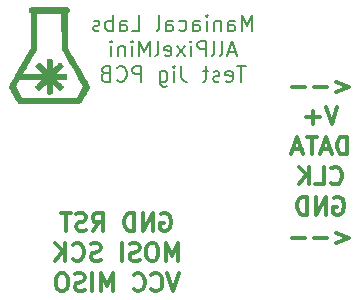
<source format=gbr>
G04 #@! TF.FileFunction,Legend,Bot*
%FSLAX46Y46*%
G04 Gerber Fmt 4.6, Leading zero omitted, Abs format (unit mm)*
G04 Created by KiCad (PCBNEW 4.0.4-stable) date 02/21/17 16:43:53*
%MOMM*%
%LPD*%
G01*
G04 APERTURE LIST*
%ADD10C,0.100000*%
%ADD11C,0.300000*%
%ADD12C,0.200000*%
%ADD13C,0.010000*%
G04 APERTURE END LIST*
D10*
D11*
X54785714Y-27803571D02*
X55928571Y-28232143D01*
X54785714Y-28660714D01*
X54071428Y-28232143D02*
X52928571Y-28232143D01*
X52214285Y-28232143D02*
X51071428Y-28232143D01*
X54928571Y-29853571D02*
X54428571Y-31353571D01*
X53928571Y-29853571D01*
X53428571Y-30782143D02*
X52285714Y-30782143D01*
X52857143Y-31353571D02*
X52857143Y-30210714D01*
X55749999Y-33903571D02*
X55749999Y-32403571D01*
X55392856Y-32403571D01*
X55178571Y-32475000D01*
X55035713Y-32617857D01*
X54964285Y-32760714D01*
X54892856Y-33046429D01*
X54892856Y-33260714D01*
X54964285Y-33546429D01*
X55035713Y-33689286D01*
X55178571Y-33832143D01*
X55392856Y-33903571D01*
X55749999Y-33903571D01*
X54321428Y-33475000D02*
X53607142Y-33475000D01*
X54464285Y-33903571D02*
X53964285Y-32403571D01*
X53464285Y-33903571D01*
X53178571Y-32403571D02*
X52321428Y-32403571D01*
X52749999Y-33903571D02*
X52749999Y-32403571D01*
X51892857Y-33475000D02*
X51178571Y-33475000D01*
X52035714Y-33903571D02*
X51535714Y-32403571D01*
X51035714Y-33903571D01*
X54392857Y-36310714D02*
X54464286Y-36382143D01*
X54678572Y-36453571D01*
X54821429Y-36453571D01*
X55035714Y-36382143D01*
X55178572Y-36239286D01*
X55250000Y-36096429D01*
X55321429Y-35810714D01*
X55321429Y-35596429D01*
X55250000Y-35310714D01*
X55178572Y-35167857D01*
X55035714Y-35025000D01*
X54821429Y-34953571D01*
X54678572Y-34953571D01*
X54464286Y-35025000D01*
X54392857Y-35096429D01*
X53035714Y-36453571D02*
X53750000Y-36453571D01*
X53750000Y-34953571D01*
X52535714Y-36453571D02*
X52535714Y-34953571D01*
X51678571Y-36453571D02*
X52321428Y-35596429D01*
X51678571Y-34953571D02*
X52535714Y-35810714D01*
X54642857Y-37575000D02*
X54785714Y-37503571D01*
X55000000Y-37503571D01*
X55214285Y-37575000D01*
X55357143Y-37717857D01*
X55428571Y-37860714D01*
X55500000Y-38146429D01*
X55500000Y-38360714D01*
X55428571Y-38646429D01*
X55357143Y-38789286D01*
X55214285Y-38932143D01*
X55000000Y-39003571D01*
X54857143Y-39003571D01*
X54642857Y-38932143D01*
X54571428Y-38860714D01*
X54571428Y-38360714D01*
X54857143Y-38360714D01*
X53928571Y-39003571D02*
X53928571Y-37503571D01*
X53071428Y-39003571D01*
X53071428Y-37503571D01*
X52357142Y-39003571D02*
X52357142Y-37503571D01*
X51999999Y-37503571D01*
X51785714Y-37575000D01*
X51642856Y-37717857D01*
X51571428Y-37860714D01*
X51499999Y-38146429D01*
X51499999Y-38360714D01*
X51571428Y-38646429D01*
X51642856Y-38789286D01*
X51785714Y-38932143D01*
X51999999Y-39003571D01*
X52357142Y-39003571D01*
X54785714Y-40553571D02*
X55928571Y-40982143D01*
X54785714Y-41410714D01*
X54071428Y-40982143D02*
X52928571Y-40982143D01*
X52214285Y-40982143D02*
X51071428Y-40982143D01*
X40000000Y-38950000D02*
X40142857Y-38878571D01*
X40357143Y-38878571D01*
X40571428Y-38950000D01*
X40714286Y-39092857D01*
X40785714Y-39235714D01*
X40857143Y-39521429D01*
X40857143Y-39735714D01*
X40785714Y-40021429D01*
X40714286Y-40164286D01*
X40571428Y-40307143D01*
X40357143Y-40378571D01*
X40214286Y-40378571D01*
X40000000Y-40307143D01*
X39928571Y-40235714D01*
X39928571Y-39735714D01*
X40214286Y-39735714D01*
X39285714Y-40378571D02*
X39285714Y-38878571D01*
X38428571Y-40378571D01*
X38428571Y-38878571D01*
X37714285Y-40378571D02*
X37714285Y-38878571D01*
X37357142Y-38878571D01*
X37142857Y-38950000D01*
X36999999Y-39092857D01*
X36928571Y-39235714D01*
X36857142Y-39521429D01*
X36857142Y-39735714D01*
X36928571Y-40021429D01*
X36999999Y-40164286D01*
X37142857Y-40307143D01*
X37357142Y-40378571D01*
X37714285Y-40378571D01*
X34214285Y-40378571D02*
X34714285Y-39664286D01*
X35071428Y-40378571D02*
X35071428Y-38878571D01*
X34500000Y-38878571D01*
X34357142Y-38950000D01*
X34285714Y-39021429D01*
X34214285Y-39164286D01*
X34214285Y-39378571D01*
X34285714Y-39521429D01*
X34357142Y-39592857D01*
X34500000Y-39664286D01*
X35071428Y-39664286D01*
X33642857Y-40307143D02*
X33428571Y-40378571D01*
X33071428Y-40378571D01*
X32928571Y-40307143D01*
X32857142Y-40235714D01*
X32785714Y-40092857D01*
X32785714Y-39950000D01*
X32857142Y-39807143D01*
X32928571Y-39735714D01*
X33071428Y-39664286D01*
X33357142Y-39592857D01*
X33500000Y-39521429D01*
X33571428Y-39450000D01*
X33642857Y-39307143D01*
X33642857Y-39164286D01*
X33571428Y-39021429D01*
X33500000Y-38950000D01*
X33357142Y-38878571D01*
X33000000Y-38878571D01*
X32785714Y-38950000D01*
X32357143Y-38878571D02*
X31500000Y-38878571D01*
X31928571Y-40378571D02*
X31928571Y-38878571D01*
X41392857Y-42928571D02*
X41392857Y-41428571D01*
X40892857Y-42500000D01*
X40392857Y-41428571D01*
X40392857Y-42928571D01*
X39392857Y-41428571D02*
X39107143Y-41428571D01*
X38964285Y-41500000D01*
X38821428Y-41642857D01*
X38750000Y-41928571D01*
X38750000Y-42428571D01*
X38821428Y-42714286D01*
X38964285Y-42857143D01*
X39107143Y-42928571D01*
X39392857Y-42928571D01*
X39535714Y-42857143D01*
X39678571Y-42714286D01*
X39750000Y-42428571D01*
X39750000Y-41928571D01*
X39678571Y-41642857D01*
X39535714Y-41500000D01*
X39392857Y-41428571D01*
X38178571Y-42857143D02*
X37964285Y-42928571D01*
X37607142Y-42928571D01*
X37464285Y-42857143D01*
X37392856Y-42785714D01*
X37321428Y-42642857D01*
X37321428Y-42500000D01*
X37392856Y-42357143D01*
X37464285Y-42285714D01*
X37607142Y-42214286D01*
X37892856Y-42142857D01*
X38035714Y-42071429D01*
X38107142Y-42000000D01*
X38178571Y-41857143D01*
X38178571Y-41714286D01*
X38107142Y-41571429D01*
X38035714Y-41500000D01*
X37892856Y-41428571D01*
X37535714Y-41428571D01*
X37321428Y-41500000D01*
X36678571Y-42928571D02*
X36678571Y-41428571D01*
X34892857Y-42857143D02*
X34678571Y-42928571D01*
X34321428Y-42928571D01*
X34178571Y-42857143D01*
X34107142Y-42785714D01*
X34035714Y-42642857D01*
X34035714Y-42500000D01*
X34107142Y-42357143D01*
X34178571Y-42285714D01*
X34321428Y-42214286D01*
X34607142Y-42142857D01*
X34750000Y-42071429D01*
X34821428Y-42000000D01*
X34892857Y-41857143D01*
X34892857Y-41714286D01*
X34821428Y-41571429D01*
X34750000Y-41500000D01*
X34607142Y-41428571D01*
X34250000Y-41428571D01*
X34035714Y-41500000D01*
X32535714Y-42785714D02*
X32607143Y-42857143D01*
X32821429Y-42928571D01*
X32964286Y-42928571D01*
X33178571Y-42857143D01*
X33321429Y-42714286D01*
X33392857Y-42571429D01*
X33464286Y-42285714D01*
X33464286Y-42071429D01*
X33392857Y-41785714D01*
X33321429Y-41642857D01*
X33178571Y-41500000D01*
X32964286Y-41428571D01*
X32821429Y-41428571D01*
X32607143Y-41500000D01*
X32535714Y-41571429D01*
X31892857Y-42928571D02*
X31892857Y-41428571D01*
X31035714Y-42928571D02*
X31678571Y-42071429D01*
X31035714Y-41428571D02*
X31892857Y-42285714D01*
X41535714Y-43978571D02*
X41035714Y-45478571D01*
X40535714Y-43978571D01*
X39178571Y-45335714D02*
X39250000Y-45407143D01*
X39464286Y-45478571D01*
X39607143Y-45478571D01*
X39821428Y-45407143D01*
X39964286Y-45264286D01*
X40035714Y-45121429D01*
X40107143Y-44835714D01*
X40107143Y-44621429D01*
X40035714Y-44335714D01*
X39964286Y-44192857D01*
X39821428Y-44050000D01*
X39607143Y-43978571D01*
X39464286Y-43978571D01*
X39250000Y-44050000D01*
X39178571Y-44121429D01*
X37678571Y-45335714D02*
X37750000Y-45407143D01*
X37964286Y-45478571D01*
X38107143Y-45478571D01*
X38321428Y-45407143D01*
X38464286Y-45264286D01*
X38535714Y-45121429D01*
X38607143Y-44835714D01*
X38607143Y-44621429D01*
X38535714Y-44335714D01*
X38464286Y-44192857D01*
X38321428Y-44050000D01*
X38107143Y-43978571D01*
X37964286Y-43978571D01*
X37750000Y-44050000D01*
X37678571Y-44121429D01*
X35892857Y-45478571D02*
X35892857Y-43978571D01*
X35392857Y-45050000D01*
X34892857Y-43978571D01*
X34892857Y-45478571D01*
X34178571Y-45478571D02*
X34178571Y-43978571D01*
X33535714Y-45407143D02*
X33321428Y-45478571D01*
X32964285Y-45478571D01*
X32821428Y-45407143D01*
X32749999Y-45335714D01*
X32678571Y-45192857D01*
X32678571Y-45050000D01*
X32749999Y-44907143D01*
X32821428Y-44835714D01*
X32964285Y-44764286D01*
X33249999Y-44692857D01*
X33392857Y-44621429D01*
X33464285Y-44550000D01*
X33535714Y-44407143D01*
X33535714Y-44264286D01*
X33464285Y-44121429D01*
X33392857Y-44050000D01*
X33249999Y-43978571D01*
X32892857Y-43978571D01*
X32678571Y-44050000D01*
X31750000Y-43978571D02*
X31464286Y-43978571D01*
X31321428Y-44050000D01*
X31178571Y-44192857D01*
X31107143Y-44478571D01*
X31107143Y-44978571D01*
X31178571Y-45264286D01*
X31321428Y-45407143D01*
X31464286Y-45478571D01*
X31750000Y-45478571D01*
X31892857Y-45407143D01*
X32035714Y-45264286D01*
X32107143Y-44978571D01*
X32107143Y-44478571D01*
X32035714Y-44192857D01*
X31892857Y-44050000D01*
X31750000Y-43978571D01*
D12*
X47716665Y-23438095D02*
X47716665Y-22138095D01*
X47283332Y-23066667D01*
X46849999Y-22138095D01*
X46849999Y-23438095D01*
X45673808Y-23438095D02*
X45673808Y-22757143D01*
X45735713Y-22633333D01*
X45859523Y-22571429D01*
X46107142Y-22571429D01*
X46230951Y-22633333D01*
X45673808Y-23376190D02*
X45797618Y-23438095D01*
X46107142Y-23438095D01*
X46230951Y-23376190D01*
X46292856Y-23252381D01*
X46292856Y-23128571D01*
X46230951Y-23004762D01*
X46107142Y-22942857D01*
X45797618Y-22942857D01*
X45673808Y-22880952D01*
X45054761Y-22571429D02*
X45054761Y-23438095D01*
X45054761Y-22695238D02*
X44992856Y-22633333D01*
X44869047Y-22571429D01*
X44683333Y-22571429D01*
X44559523Y-22633333D01*
X44497618Y-22757143D01*
X44497618Y-23438095D01*
X43878571Y-23438095D02*
X43878571Y-22571429D01*
X43878571Y-22138095D02*
X43940476Y-22200000D01*
X43878571Y-22261905D01*
X43816666Y-22200000D01*
X43878571Y-22138095D01*
X43878571Y-22261905D01*
X42702380Y-23438095D02*
X42702380Y-22757143D01*
X42764285Y-22633333D01*
X42888095Y-22571429D01*
X43135714Y-22571429D01*
X43259523Y-22633333D01*
X42702380Y-23376190D02*
X42826190Y-23438095D01*
X43135714Y-23438095D01*
X43259523Y-23376190D01*
X43321428Y-23252381D01*
X43321428Y-23128571D01*
X43259523Y-23004762D01*
X43135714Y-22942857D01*
X42826190Y-22942857D01*
X42702380Y-22880952D01*
X41526190Y-23376190D02*
X41650000Y-23438095D01*
X41897619Y-23438095D01*
X42021428Y-23376190D01*
X42083333Y-23314286D01*
X42145238Y-23190476D01*
X42145238Y-22819048D01*
X42083333Y-22695238D01*
X42021428Y-22633333D01*
X41897619Y-22571429D01*
X41650000Y-22571429D01*
X41526190Y-22633333D01*
X40411904Y-23438095D02*
X40411904Y-22757143D01*
X40473809Y-22633333D01*
X40597619Y-22571429D01*
X40845238Y-22571429D01*
X40969047Y-22633333D01*
X40411904Y-23376190D02*
X40535714Y-23438095D01*
X40845238Y-23438095D01*
X40969047Y-23376190D01*
X41030952Y-23252381D01*
X41030952Y-23128571D01*
X40969047Y-23004762D01*
X40845238Y-22942857D01*
X40535714Y-22942857D01*
X40411904Y-22880952D01*
X39607143Y-23438095D02*
X39730952Y-23376190D01*
X39792857Y-23252381D01*
X39792857Y-22138095D01*
X37502382Y-23438095D02*
X38121429Y-23438095D01*
X38121429Y-22138095D01*
X36511905Y-23438095D02*
X36511905Y-22757143D01*
X36573810Y-22633333D01*
X36697620Y-22571429D01*
X36945239Y-22571429D01*
X37069048Y-22633333D01*
X36511905Y-23376190D02*
X36635715Y-23438095D01*
X36945239Y-23438095D01*
X37069048Y-23376190D01*
X37130953Y-23252381D01*
X37130953Y-23128571D01*
X37069048Y-23004762D01*
X36945239Y-22942857D01*
X36635715Y-22942857D01*
X36511905Y-22880952D01*
X35892858Y-23438095D02*
X35892858Y-22138095D01*
X35892858Y-22633333D02*
X35769049Y-22571429D01*
X35521430Y-22571429D01*
X35397620Y-22633333D01*
X35335715Y-22695238D01*
X35273811Y-22819048D01*
X35273811Y-23190476D01*
X35335715Y-23314286D01*
X35397620Y-23376190D01*
X35521430Y-23438095D01*
X35769049Y-23438095D01*
X35892858Y-23376190D01*
X34778573Y-23376190D02*
X34654763Y-23438095D01*
X34407144Y-23438095D01*
X34283335Y-23376190D01*
X34221430Y-23252381D01*
X34221430Y-23190476D01*
X34283335Y-23066667D01*
X34407144Y-23004762D01*
X34592859Y-23004762D01*
X34716668Y-22942857D01*
X34778573Y-22819048D01*
X34778573Y-22757143D01*
X34716668Y-22633333D01*
X34592859Y-22571429D01*
X34407144Y-22571429D01*
X34283335Y-22633333D01*
X46323809Y-25216667D02*
X45704761Y-25216667D01*
X46447618Y-25588095D02*
X46014285Y-24288095D01*
X45580952Y-25588095D01*
X44961904Y-25588095D02*
X45085713Y-25526190D01*
X45147618Y-25402381D01*
X45147618Y-24288095D01*
X44280952Y-25588095D02*
X44404761Y-25526190D01*
X44466666Y-25402381D01*
X44466666Y-24288095D01*
X43785714Y-25588095D02*
X43785714Y-24288095D01*
X43290476Y-24288095D01*
X43166667Y-24350000D01*
X43104762Y-24411905D01*
X43042857Y-24535714D01*
X43042857Y-24721429D01*
X43104762Y-24845238D01*
X43166667Y-24907143D01*
X43290476Y-24969048D01*
X43785714Y-24969048D01*
X42485714Y-25588095D02*
X42485714Y-24721429D01*
X42485714Y-24288095D02*
X42547619Y-24350000D01*
X42485714Y-24411905D01*
X42423809Y-24350000D01*
X42485714Y-24288095D01*
X42485714Y-24411905D01*
X41990476Y-25588095D02*
X41309523Y-24721429D01*
X41990476Y-24721429D02*
X41309523Y-25588095D01*
X40319047Y-25526190D02*
X40442857Y-25588095D01*
X40690476Y-25588095D01*
X40814285Y-25526190D01*
X40876190Y-25402381D01*
X40876190Y-24907143D01*
X40814285Y-24783333D01*
X40690476Y-24721429D01*
X40442857Y-24721429D01*
X40319047Y-24783333D01*
X40257142Y-24907143D01*
X40257142Y-25030952D01*
X40876190Y-25154762D01*
X39514285Y-25588095D02*
X39638094Y-25526190D01*
X39699999Y-25402381D01*
X39699999Y-24288095D01*
X39019047Y-25588095D02*
X39019047Y-24288095D01*
X38585714Y-25216667D01*
X38152381Y-24288095D01*
X38152381Y-25588095D01*
X37533333Y-25588095D02*
X37533333Y-24721429D01*
X37533333Y-24288095D02*
X37595238Y-24350000D01*
X37533333Y-24411905D01*
X37471428Y-24350000D01*
X37533333Y-24288095D01*
X37533333Y-24411905D01*
X36914285Y-24721429D02*
X36914285Y-25588095D01*
X36914285Y-24845238D02*
X36852380Y-24783333D01*
X36728571Y-24721429D01*
X36542857Y-24721429D01*
X36419047Y-24783333D01*
X36357142Y-24907143D01*
X36357142Y-25588095D01*
X35738095Y-25588095D02*
X35738095Y-24721429D01*
X35738095Y-24288095D02*
X35800000Y-24350000D01*
X35738095Y-24411905D01*
X35676190Y-24350000D01*
X35738095Y-24288095D01*
X35738095Y-24411905D01*
X47159523Y-26438095D02*
X46416666Y-26438095D01*
X46788095Y-27738095D02*
X46788095Y-26438095D01*
X45488095Y-27676190D02*
X45611905Y-27738095D01*
X45859524Y-27738095D01*
X45983333Y-27676190D01*
X46045238Y-27552381D01*
X46045238Y-27057143D01*
X45983333Y-26933333D01*
X45859524Y-26871429D01*
X45611905Y-26871429D01*
X45488095Y-26933333D01*
X45426190Y-27057143D01*
X45426190Y-27180952D01*
X46045238Y-27304762D01*
X44930952Y-27676190D02*
X44807142Y-27738095D01*
X44559523Y-27738095D01*
X44435714Y-27676190D01*
X44373809Y-27552381D01*
X44373809Y-27490476D01*
X44435714Y-27366667D01*
X44559523Y-27304762D01*
X44745238Y-27304762D01*
X44869047Y-27242857D01*
X44930952Y-27119048D01*
X44930952Y-27057143D01*
X44869047Y-26933333D01*
X44745238Y-26871429D01*
X44559523Y-26871429D01*
X44435714Y-26933333D01*
X44002380Y-26871429D02*
X43507142Y-26871429D01*
X43816666Y-26438095D02*
X43816666Y-27552381D01*
X43754761Y-27676190D01*
X43630952Y-27738095D01*
X43507142Y-27738095D01*
X41711905Y-26438095D02*
X41711905Y-27366667D01*
X41773809Y-27552381D01*
X41897619Y-27676190D01*
X42083333Y-27738095D01*
X42207143Y-27738095D01*
X41092857Y-27738095D02*
X41092857Y-26871429D01*
X41092857Y-26438095D02*
X41154762Y-26500000D01*
X41092857Y-26561905D01*
X41030952Y-26500000D01*
X41092857Y-26438095D01*
X41092857Y-26561905D01*
X39916666Y-26871429D02*
X39916666Y-27923810D01*
X39978571Y-28047619D01*
X40040476Y-28109524D01*
X40164285Y-28171429D01*
X40350000Y-28171429D01*
X40473809Y-28109524D01*
X39916666Y-27676190D02*
X40040476Y-27738095D01*
X40288095Y-27738095D01*
X40411904Y-27676190D01*
X40473809Y-27614286D01*
X40535714Y-27490476D01*
X40535714Y-27119048D01*
X40473809Y-26995238D01*
X40411904Y-26933333D01*
X40288095Y-26871429D01*
X40040476Y-26871429D01*
X39916666Y-26933333D01*
X38307143Y-27738095D02*
X38307143Y-26438095D01*
X37811905Y-26438095D01*
X37688096Y-26500000D01*
X37626191Y-26561905D01*
X37564286Y-26685714D01*
X37564286Y-26871429D01*
X37626191Y-26995238D01*
X37688096Y-27057143D01*
X37811905Y-27119048D01*
X38307143Y-27119048D01*
X36264286Y-27614286D02*
X36326191Y-27676190D01*
X36511905Y-27738095D01*
X36635715Y-27738095D01*
X36821429Y-27676190D01*
X36945238Y-27552381D01*
X37007143Y-27428571D01*
X37069048Y-27180952D01*
X37069048Y-26995238D01*
X37007143Y-26747619D01*
X36945238Y-26623810D01*
X36821429Y-26500000D01*
X36635715Y-26438095D01*
X36511905Y-26438095D01*
X36326191Y-26500000D01*
X36264286Y-26561905D01*
X35273810Y-27057143D02*
X35088096Y-27119048D01*
X35026191Y-27180952D01*
X34964286Y-27304762D01*
X34964286Y-27490476D01*
X35026191Y-27614286D01*
X35088096Y-27676190D01*
X35211905Y-27738095D01*
X35707143Y-27738095D01*
X35707143Y-26438095D01*
X35273810Y-26438095D01*
X35150000Y-26500000D01*
X35088096Y-26561905D01*
X35026191Y-26685714D01*
X35026191Y-26809524D01*
X35088096Y-26933333D01*
X35150000Y-26995238D01*
X35273810Y-27057143D01*
X35707143Y-27057143D01*
D13*
G36*
X30219868Y-21435141D02*
X30030670Y-21435704D01*
X29848197Y-21436553D01*
X29675198Y-21437693D01*
X29514420Y-21439121D01*
X29368612Y-21440837D01*
X29240522Y-21442843D01*
X29132899Y-21445137D01*
X29048489Y-21447719D01*
X28990042Y-21450591D01*
X28960306Y-21453751D01*
X28958955Y-21454101D01*
X28885350Y-21489801D01*
X28831728Y-21542954D01*
X28798744Y-21607582D01*
X28787052Y-21677706D01*
X28797308Y-21747346D01*
X28830167Y-21810525D01*
X28886283Y-21861264D01*
X28912782Y-21875553D01*
X28975181Y-21904312D01*
X28975591Y-23386141D01*
X28976000Y-24867969D01*
X28548806Y-25608641D01*
X28458263Y-25765615D01*
X28355103Y-25944444D01*
X28242584Y-26139483D01*
X28123962Y-26345090D01*
X28002493Y-26555620D01*
X27881432Y-26765429D01*
X27764037Y-26968874D01*
X27653563Y-27160312D01*
X27604244Y-27245770D01*
X27515033Y-27400722D01*
X27430691Y-27547946D01*
X27352542Y-27685082D01*
X27281911Y-27809771D01*
X27220123Y-27919652D01*
X27168503Y-28012365D01*
X27128376Y-28085552D01*
X27101066Y-28136852D01*
X27087898Y-28163905D01*
X27086875Y-28167254D01*
X27094741Y-28187854D01*
X27117046Y-28232330D01*
X27151855Y-28297359D01*
X27197233Y-28379615D01*
X27251244Y-28475774D01*
X27311953Y-28582511D01*
X27377423Y-28696503D01*
X27445721Y-28814423D01*
X27514909Y-28932948D01*
X27583052Y-29048754D01*
X27648216Y-29158515D01*
X27708463Y-29258906D01*
X27761859Y-29346605D01*
X27806468Y-29418285D01*
X27840355Y-29470622D01*
X27861584Y-29500292D01*
X27865401Y-29504468D01*
X27912876Y-29548125D01*
X33087125Y-29548125D01*
X33134600Y-29504468D01*
X33151394Y-29482746D01*
X33181461Y-29437288D01*
X33222866Y-29371420D01*
X33273675Y-29288466D01*
X33331950Y-29191753D01*
X33395758Y-29084605D01*
X33463162Y-28970346D01*
X33532228Y-28852303D01*
X33601019Y-28733800D01*
X33667600Y-28618163D01*
X33730037Y-28508717D01*
X33786392Y-28408786D01*
X33834733Y-28321695D01*
X33873121Y-28250771D01*
X33899623Y-28199338D01*
X33912303Y-28170720D01*
X33913126Y-28166933D01*
X33906861Y-28151738D01*
X33408183Y-28151738D01*
X33133492Y-28627681D01*
X32858802Y-29103625D01*
X28141346Y-29103625D01*
X27866306Y-28626873D01*
X27591265Y-28150121D01*
X27699373Y-27964091D01*
X27747892Y-27880084D01*
X27798609Y-27791405D01*
X27845301Y-27708982D01*
X27879772Y-27647315D01*
X27952063Y-27516567D01*
X29967875Y-27516125D01*
X29672252Y-27813781D01*
X29592275Y-27894852D01*
X29519259Y-27969905D01*
X29456362Y-28035609D01*
X29406743Y-28088634D01*
X29373560Y-28125650D01*
X29360268Y-28142697D01*
X29352957Y-28180230D01*
X29365296Y-28215316D01*
X29390308Y-28251070D01*
X29430694Y-28295828D01*
X29479952Y-28343770D01*
X29531580Y-28389074D01*
X29579074Y-28425919D01*
X29615933Y-28448484D01*
X29630520Y-28452750D01*
X29652868Y-28442200D01*
X29694213Y-28410232D01*
X29755092Y-28356363D01*
X29836040Y-28280114D01*
X29937592Y-28181002D01*
X29979190Y-28139741D01*
X30293625Y-27826732D01*
X30293625Y-28261522D01*
X30293814Y-28392308D01*
X30294520Y-28495011D01*
X30295949Y-28573296D01*
X30298309Y-28630830D01*
X30301809Y-28671276D01*
X30306655Y-28698301D01*
X30313056Y-28715570D01*
X30319898Y-28725343D01*
X30336734Y-28738829D01*
X30362193Y-28747459D01*
X30402819Y-28752237D01*
X30465156Y-28754165D01*
X30509246Y-28754375D01*
X30582993Y-28753988D01*
X30631948Y-28751820D01*
X30663068Y-28746360D01*
X30683310Y-28736094D01*
X30699630Y-28719512D01*
X30705947Y-28711627D01*
X30716079Y-28697620D01*
X30723883Y-28681895D01*
X30729608Y-28660501D01*
X30733503Y-28629484D01*
X30735815Y-28584892D01*
X30736793Y-28522771D01*
X30736686Y-28439170D01*
X30735741Y-28330136D01*
X30734880Y-28251238D01*
X30733664Y-28139830D01*
X30732637Y-28039621D01*
X30731836Y-27954754D01*
X30731300Y-27889372D01*
X30731063Y-27847619D01*
X30731154Y-27833611D01*
X30742126Y-27844389D01*
X30772577Y-27874776D01*
X30819606Y-27921863D01*
X30880307Y-27982739D01*
X30951779Y-28054496D01*
X31031118Y-28134225D01*
X31032779Y-28135894D01*
X31114205Y-28216741D01*
X31190054Y-28290133D01*
X31256990Y-28352994D01*
X31311678Y-28402247D01*
X31350782Y-28434816D01*
X31370663Y-28447556D01*
X31391093Y-28448152D01*
X31415531Y-28437567D01*
X31448775Y-28412398D01*
X31495625Y-28369244D01*
X31533382Y-28332190D01*
X31595633Y-28267657D01*
X31635484Y-28219575D01*
X31655419Y-28184681D01*
X31658875Y-28167521D01*
X31653549Y-28149558D01*
X31636229Y-28122344D01*
X31604910Y-28083608D01*
X31557584Y-28031079D01*
X31492243Y-27962484D01*
X31406880Y-27875551D01*
X31353434Y-27821867D01*
X31047993Y-27516125D01*
X31475443Y-27516125D01*
X31614762Y-27516235D01*
X31725588Y-27515593D01*
X31811172Y-27512739D01*
X31874762Y-27506213D01*
X31919608Y-27494556D01*
X31948960Y-27476308D01*
X31966068Y-27450009D01*
X31974180Y-27414200D01*
X31976546Y-27367420D01*
X31976417Y-27308211D01*
X31976375Y-27291107D01*
X31976751Y-27229737D01*
X31975702Y-27180980D01*
X31969967Y-27143390D01*
X31956283Y-27115522D01*
X31931389Y-27095933D01*
X31892023Y-27083178D01*
X31834922Y-27075811D01*
X31756824Y-27072388D01*
X31654468Y-27071465D01*
X31524591Y-27071596D01*
X31480804Y-27071625D01*
X31048733Y-27071625D01*
X31361742Y-26757189D01*
X31451102Y-26666371D01*
X31528596Y-26585517D01*
X31591949Y-26517128D01*
X31638886Y-26463706D01*
X31667132Y-26427753D01*
X31674750Y-26412990D01*
X31663254Y-26386392D01*
X31632729Y-26345976D01*
X31589124Y-26297523D01*
X31538387Y-26246817D01*
X31486466Y-26199641D01*
X31439310Y-26161778D01*
X31402866Y-26139010D01*
X31388823Y-26135000D01*
X31369893Y-26141738D01*
X31338933Y-26163065D01*
X31294064Y-26200648D01*
X31233410Y-26256153D01*
X31155092Y-26331247D01*
X31057233Y-26427597D01*
X31040655Y-26444083D01*
X30730188Y-26753166D01*
X30734866Y-26328775D01*
X30736547Y-26190249D01*
X30737206Y-26080203D01*
X30735349Y-25995374D01*
X30729485Y-25932496D01*
X30718121Y-25888302D01*
X30699764Y-25859528D01*
X30672922Y-25842909D01*
X30636103Y-25835179D01*
X30587814Y-25833073D01*
X30526564Y-25833325D01*
X30508454Y-25833375D01*
X30428223Y-25834496D01*
X30373863Y-25838371D01*
X30339555Y-25845763D01*
X30319481Y-25857438D01*
X30318572Y-25858321D01*
X30311079Y-25869469D01*
X30305220Y-25888540D01*
X30300802Y-25919092D01*
X30297635Y-25964686D01*
X30295527Y-26028878D01*
X30294286Y-26115230D01*
X30293721Y-26227298D01*
X30293625Y-26322142D01*
X30293625Y-26761017D01*
X29979190Y-26448008D01*
X29875023Y-26345240D01*
X29790982Y-26264457D01*
X29725607Y-26204357D01*
X29677442Y-26163639D01*
X29645027Y-26141001D01*
X29628565Y-26135000D01*
X29596360Y-26147050D01*
X29548071Y-26181515D01*
X29488969Y-26234218D01*
X29422723Y-26300807D01*
X29379631Y-26352289D01*
X29357356Y-26392492D01*
X29353563Y-26425242D01*
X29360268Y-26445052D01*
X29375552Y-26464412D01*
X29410177Y-26502842D01*
X29460984Y-26557013D01*
X29524814Y-26623594D01*
X29598509Y-26699256D01*
X29672252Y-26773968D01*
X29967875Y-27071625D01*
X28211411Y-27071625D01*
X28242706Y-27020031D01*
X28277529Y-26961823D01*
X28323922Y-26883049D01*
X28380377Y-26786349D01*
X28445386Y-26674365D01*
X28517441Y-26549736D01*
X28595034Y-26415105D01*
X28676656Y-26273113D01*
X28760799Y-26126400D01*
X28845956Y-25977608D01*
X28930618Y-25829378D01*
X29013277Y-25684351D01*
X29092424Y-25545167D01*
X29166552Y-25414468D01*
X29234153Y-25294896D01*
X29293718Y-25189090D01*
X29343740Y-25099693D01*
X29382709Y-25029345D01*
X29409118Y-24980688D01*
X29421460Y-24956361D01*
X29422104Y-24954659D01*
X29424214Y-24931630D01*
X29426221Y-24879011D01*
X29428105Y-24798962D01*
X29429846Y-24693643D01*
X29431425Y-24565212D01*
X29432821Y-24415830D01*
X29434015Y-24247656D01*
X29434987Y-24062850D01*
X29435718Y-23863573D01*
X29436186Y-23651983D01*
X29436373Y-23430240D01*
X29436375Y-23400636D01*
X29436375Y-21896375D01*
X31563011Y-21896375D01*
X31571563Y-24968187D01*
X31915271Y-25563500D01*
X32004982Y-25718868D01*
X32104527Y-25891244D01*
X32209479Y-26072961D01*
X32315410Y-26256356D01*
X32417894Y-26433764D01*
X32512504Y-26597521D01*
X32580060Y-26714437D01*
X32725644Y-26966399D01*
X32857143Y-27194050D01*
X32974336Y-27397010D01*
X33077005Y-27574897D01*
X33164929Y-27727331D01*
X33237890Y-27853931D01*
X33295668Y-27954316D01*
X33338043Y-28028107D01*
X33364795Y-28074921D01*
X33369919Y-28083962D01*
X33408183Y-28151738D01*
X33906861Y-28151738D01*
X33905407Y-28148214D01*
X33883339Y-28105010D01*
X33848556Y-28040273D01*
X33802689Y-27956953D01*
X33747372Y-27857999D01*
X33684237Y-27746362D01*
X33614917Y-27624993D01*
X33570081Y-27547074D01*
X33483993Y-27397890D01*
X33391116Y-27236959D01*
X33295258Y-27070876D01*
X33200224Y-26906236D01*
X33109821Y-26749633D01*
X33027855Y-26607663D01*
X32961177Y-26492187D01*
X32889938Y-26368821D01*
X32806741Y-26224738D01*
X32715500Y-26066716D01*
X32620130Y-25901537D01*
X32524545Y-25735979D01*
X32432659Y-25576823D01*
X32359659Y-25450372D01*
X32024000Y-24868931D01*
X32024410Y-23386622D01*
X32024820Y-21904312D01*
X32087219Y-21875553D01*
X32152017Y-21830866D01*
X32193317Y-21771549D01*
X32211775Y-21703581D01*
X32208045Y-21632941D01*
X32182782Y-21565606D01*
X32136642Y-21507557D01*
X32070279Y-21464771D01*
X32041046Y-21454101D01*
X32014499Y-21450910D01*
X31958952Y-21448009D01*
X31877153Y-21445396D01*
X31771849Y-21443071D01*
X31645789Y-21441035D01*
X31501721Y-21439288D01*
X31342394Y-21437830D01*
X31170554Y-21436660D01*
X30988951Y-21435780D01*
X30800333Y-21435187D01*
X30607448Y-21434883D01*
X30413043Y-21434868D01*
X30219868Y-21435141D01*
X30219868Y-21435141D01*
G37*
X30219868Y-21435141D02*
X30030670Y-21435704D01*
X29848197Y-21436553D01*
X29675198Y-21437693D01*
X29514420Y-21439121D01*
X29368612Y-21440837D01*
X29240522Y-21442843D01*
X29132899Y-21445137D01*
X29048489Y-21447719D01*
X28990042Y-21450591D01*
X28960306Y-21453751D01*
X28958955Y-21454101D01*
X28885350Y-21489801D01*
X28831728Y-21542954D01*
X28798744Y-21607582D01*
X28787052Y-21677706D01*
X28797308Y-21747346D01*
X28830167Y-21810525D01*
X28886283Y-21861264D01*
X28912782Y-21875553D01*
X28975181Y-21904312D01*
X28975591Y-23386141D01*
X28976000Y-24867969D01*
X28548806Y-25608641D01*
X28458263Y-25765615D01*
X28355103Y-25944444D01*
X28242584Y-26139483D01*
X28123962Y-26345090D01*
X28002493Y-26555620D01*
X27881432Y-26765429D01*
X27764037Y-26968874D01*
X27653563Y-27160312D01*
X27604244Y-27245770D01*
X27515033Y-27400722D01*
X27430691Y-27547946D01*
X27352542Y-27685082D01*
X27281911Y-27809771D01*
X27220123Y-27919652D01*
X27168503Y-28012365D01*
X27128376Y-28085552D01*
X27101066Y-28136852D01*
X27087898Y-28163905D01*
X27086875Y-28167254D01*
X27094741Y-28187854D01*
X27117046Y-28232330D01*
X27151855Y-28297359D01*
X27197233Y-28379615D01*
X27251244Y-28475774D01*
X27311953Y-28582511D01*
X27377423Y-28696503D01*
X27445721Y-28814423D01*
X27514909Y-28932948D01*
X27583052Y-29048754D01*
X27648216Y-29158515D01*
X27708463Y-29258906D01*
X27761859Y-29346605D01*
X27806468Y-29418285D01*
X27840355Y-29470622D01*
X27861584Y-29500292D01*
X27865401Y-29504468D01*
X27912876Y-29548125D01*
X33087125Y-29548125D01*
X33134600Y-29504468D01*
X33151394Y-29482746D01*
X33181461Y-29437288D01*
X33222866Y-29371420D01*
X33273675Y-29288466D01*
X33331950Y-29191753D01*
X33395758Y-29084605D01*
X33463162Y-28970346D01*
X33532228Y-28852303D01*
X33601019Y-28733800D01*
X33667600Y-28618163D01*
X33730037Y-28508717D01*
X33786392Y-28408786D01*
X33834733Y-28321695D01*
X33873121Y-28250771D01*
X33899623Y-28199338D01*
X33912303Y-28170720D01*
X33913126Y-28166933D01*
X33906861Y-28151738D01*
X33408183Y-28151738D01*
X33133492Y-28627681D01*
X32858802Y-29103625D01*
X28141346Y-29103625D01*
X27866306Y-28626873D01*
X27591265Y-28150121D01*
X27699373Y-27964091D01*
X27747892Y-27880084D01*
X27798609Y-27791405D01*
X27845301Y-27708982D01*
X27879772Y-27647315D01*
X27952063Y-27516567D01*
X29967875Y-27516125D01*
X29672252Y-27813781D01*
X29592275Y-27894852D01*
X29519259Y-27969905D01*
X29456362Y-28035609D01*
X29406743Y-28088634D01*
X29373560Y-28125650D01*
X29360268Y-28142697D01*
X29352957Y-28180230D01*
X29365296Y-28215316D01*
X29390308Y-28251070D01*
X29430694Y-28295828D01*
X29479952Y-28343770D01*
X29531580Y-28389074D01*
X29579074Y-28425919D01*
X29615933Y-28448484D01*
X29630520Y-28452750D01*
X29652868Y-28442200D01*
X29694213Y-28410232D01*
X29755092Y-28356363D01*
X29836040Y-28280114D01*
X29937592Y-28181002D01*
X29979190Y-28139741D01*
X30293625Y-27826732D01*
X30293625Y-28261522D01*
X30293814Y-28392308D01*
X30294520Y-28495011D01*
X30295949Y-28573296D01*
X30298309Y-28630830D01*
X30301809Y-28671276D01*
X30306655Y-28698301D01*
X30313056Y-28715570D01*
X30319898Y-28725343D01*
X30336734Y-28738829D01*
X30362193Y-28747459D01*
X30402819Y-28752237D01*
X30465156Y-28754165D01*
X30509246Y-28754375D01*
X30582993Y-28753988D01*
X30631948Y-28751820D01*
X30663068Y-28746360D01*
X30683310Y-28736094D01*
X30699630Y-28719512D01*
X30705947Y-28711627D01*
X30716079Y-28697620D01*
X30723883Y-28681895D01*
X30729608Y-28660501D01*
X30733503Y-28629484D01*
X30735815Y-28584892D01*
X30736793Y-28522771D01*
X30736686Y-28439170D01*
X30735741Y-28330136D01*
X30734880Y-28251238D01*
X30733664Y-28139830D01*
X30732637Y-28039621D01*
X30731836Y-27954754D01*
X30731300Y-27889372D01*
X30731063Y-27847619D01*
X30731154Y-27833611D01*
X30742126Y-27844389D01*
X30772577Y-27874776D01*
X30819606Y-27921863D01*
X30880307Y-27982739D01*
X30951779Y-28054496D01*
X31031118Y-28134225D01*
X31032779Y-28135894D01*
X31114205Y-28216741D01*
X31190054Y-28290133D01*
X31256990Y-28352994D01*
X31311678Y-28402247D01*
X31350782Y-28434816D01*
X31370663Y-28447556D01*
X31391093Y-28448152D01*
X31415531Y-28437567D01*
X31448775Y-28412398D01*
X31495625Y-28369244D01*
X31533382Y-28332190D01*
X31595633Y-28267657D01*
X31635484Y-28219575D01*
X31655419Y-28184681D01*
X31658875Y-28167521D01*
X31653549Y-28149558D01*
X31636229Y-28122344D01*
X31604910Y-28083608D01*
X31557584Y-28031079D01*
X31492243Y-27962484D01*
X31406880Y-27875551D01*
X31353434Y-27821867D01*
X31047993Y-27516125D01*
X31475443Y-27516125D01*
X31614762Y-27516235D01*
X31725588Y-27515593D01*
X31811172Y-27512739D01*
X31874762Y-27506213D01*
X31919608Y-27494556D01*
X31948960Y-27476308D01*
X31966068Y-27450009D01*
X31974180Y-27414200D01*
X31976546Y-27367420D01*
X31976417Y-27308211D01*
X31976375Y-27291107D01*
X31976751Y-27229737D01*
X31975702Y-27180980D01*
X31969967Y-27143390D01*
X31956283Y-27115522D01*
X31931389Y-27095933D01*
X31892023Y-27083178D01*
X31834922Y-27075811D01*
X31756824Y-27072388D01*
X31654468Y-27071465D01*
X31524591Y-27071596D01*
X31480804Y-27071625D01*
X31048733Y-27071625D01*
X31361742Y-26757189D01*
X31451102Y-26666371D01*
X31528596Y-26585517D01*
X31591949Y-26517128D01*
X31638886Y-26463706D01*
X31667132Y-26427753D01*
X31674750Y-26412990D01*
X31663254Y-26386392D01*
X31632729Y-26345976D01*
X31589124Y-26297523D01*
X31538387Y-26246817D01*
X31486466Y-26199641D01*
X31439310Y-26161778D01*
X31402866Y-26139010D01*
X31388823Y-26135000D01*
X31369893Y-26141738D01*
X31338933Y-26163065D01*
X31294064Y-26200648D01*
X31233410Y-26256153D01*
X31155092Y-26331247D01*
X31057233Y-26427597D01*
X31040655Y-26444083D01*
X30730188Y-26753166D01*
X30734866Y-26328775D01*
X30736547Y-26190249D01*
X30737206Y-26080203D01*
X30735349Y-25995374D01*
X30729485Y-25932496D01*
X30718121Y-25888302D01*
X30699764Y-25859528D01*
X30672922Y-25842909D01*
X30636103Y-25835179D01*
X30587814Y-25833073D01*
X30526564Y-25833325D01*
X30508454Y-25833375D01*
X30428223Y-25834496D01*
X30373863Y-25838371D01*
X30339555Y-25845763D01*
X30319481Y-25857438D01*
X30318572Y-25858321D01*
X30311079Y-25869469D01*
X30305220Y-25888540D01*
X30300802Y-25919092D01*
X30297635Y-25964686D01*
X30295527Y-26028878D01*
X30294286Y-26115230D01*
X30293721Y-26227298D01*
X30293625Y-26322142D01*
X30293625Y-26761017D01*
X29979190Y-26448008D01*
X29875023Y-26345240D01*
X29790982Y-26264457D01*
X29725607Y-26204357D01*
X29677442Y-26163639D01*
X29645027Y-26141001D01*
X29628565Y-26135000D01*
X29596360Y-26147050D01*
X29548071Y-26181515D01*
X29488969Y-26234218D01*
X29422723Y-26300807D01*
X29379631Y-26352289D01*
X29357356Y-26392492D01*
X29353563Y-26425242D01*
X29360268Y-26445052D01*
X29375552Y-26464412D01*
X29410177Y-26502842D01*
X29460984Y-26557013D01*
X29524814Y-26623594D01*
X29598509Y-26699256D01*
X29672252Y-26773968D01*
X29967875Y-27071625D01*
X28211411Y-27071625D01*
X28242706Y-27020031D01*
X28277529Y-26961823D01*
X28323922Y-26883049D01*
X28380377Y-26786349D01*
X28445386Y-26674365D01*
X28517441Y-26549736D01*
X28595034Y-26415105D01*
X28676656Y-26273113D01*
X28760799Y-26126400D01*
X28845956Y-25977608D01*
X28930618Y-25829378D01*
X29013277Y-25684351D01*
X29092424Y-25545167D01*
X29166552Y-25414468D01*
X29234153Y-25294896D01*
X29293718Y-25189090D01*
X29343740Y-25099693D01*
X29382709Y-25029345D01*
X29409118Y-24980688D01*
X29421460Y-24956361D01*
X29422104Y-24954659D01*
X29424214Y-24931630D01*
X29426221Y-24879011D01*
X29428105Y-24798962D01*
X29429846Y-24693643D01*
X29431425Y-24565212D01*
X29432821Y-24415830D01*
X29434015Y-24247656D01*
X29434987Y-24062850D01*
X29435718Y-23863573D01*
X29436186Y-23651983D01*
X29436373Y-23430240D01*
X29436375Y-23400636D01*
X29436375Y-21896375D01*
X31563011Y-21896375D01*
X31571563Y-24968187D01*
X31915271Y-25563500D01*
X32004982Y-25718868D01*
X32104527Y-25891244D01*
X32209479Y-26072961D01*
X32315410Y-26256356D01*
X32417894Y-26433764D01*
X32512504Y-26597521D01*
X32580060Y-26714437D01*
X32725644Y-26966399D01*
X32857143Y-27194050D01*
X32974336Y-27397010D01*
X33077005Y-27574897D01*
X33164929Y-27727331D01*
X33237890Y-27853931D01*
X33295668Y-27954316D01*
X33338043Y-28028107D01*
X33364795Y-28074921D01*
X33369919Y-28083962D01*
X33408183Y-28151738D01*
X33906861Y-28151738D01*
X33905407Y-28148214D01*
X33883339Y-28105010D01*
X33848556Y-28040273D01*
X33802689Y-27956953D01*
X33747372Y-27857999D01*
X33684237Y-27746362D01*
X33614917Y-27624993D01*
X33570081Y-27547074D01*
X33483993Y-27397890D01*
X33391116Y-27236959D01*
X33295258Y-27070876D01*
X33200224Y-26906236D01*
X33109821Y-26749633D01*
X33027855Y-26607663D01*
X32961177Y-26492187D01*
X32889938Y-26368821D01*
X32806741Y-26224738D01*
X32715500Y-26066716D01*
X32620130Y-25901537D01*
X32524545Y-25735979D01*
X32432659Y-25576823D01*
X32359659Y-25450372D01*
X32024000Y-24868931D01*
X32024410Y-23386622D01*
X32024820Y-21904312D01*
X32087219Y-21875553D01*
X32152017Y-21830866D01*
X32193317Y-21771549D01*
X32211775Y-21703581D01*
X32208045Y-21632941D01*
X32182782Y-21565606D01*
X32136642Y-21507557D01*
X32070279Y-21464771D01*
X32041046Y-21454101D01*
X32014499Y-21450910D01*
X31958952Y-21448009D01*
X31877153Y-21445396D01*
X31771849Y-21443071D01*
X31645789Y-21441035D01*
X31501721Y-21439288D01*
X31342394Y-21437830D01*
X31170554Y-21436660D01*
X30988951Y-21435780D01*
X30800333Y-21435187D01*
X30607448Y-21434883D01*
X30413043Y-21434868D01*
X30219868Y-21435141D01*
M02*

</source>
